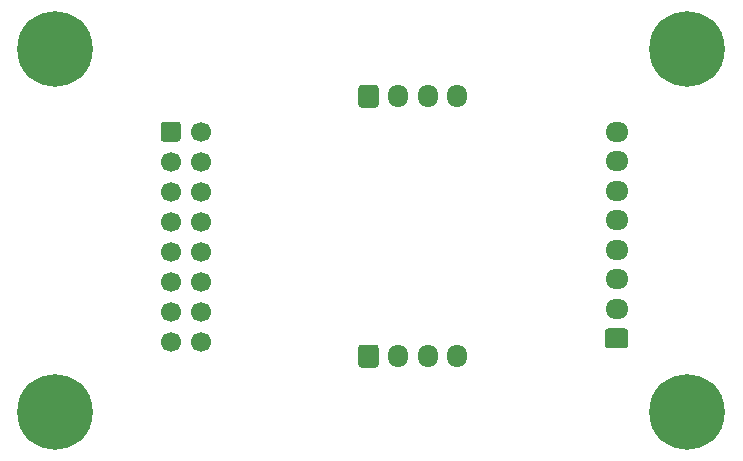
<source format=gbr>
%TF.GenerationSoftware,KiCad,Pcbnew,5.1.12-84ad8e8a86~92~ubuntu20.04.1*%
%TF.CreationDate,2022-01-08T10:03:17+01:00*%
%TF.ProjectId,message_display_interface,6d657373-6167-4655-9f64-6973706c6179,rev?*%
%TF.SameCoordinates,Original*%
%TF.FileFunction,Soldermask,Bot*%
%TF.FilePolarity,Negative*%
%FSLAX46Y46*%
G04 Gerber Fmt 4.6, Leading zero omitted, Abs format (unit mm)*
G04 Created by KiCad (PCBNEW 5.1.12-84ad8e8a86~92~ubuntu20.04.1) date 2022-01-08 10:03:17*
%MOMM*%
%LPD*%
G01*
G04 APERTURE LIST*
%ADD10C,6.400000*%
%ADD11O,1.700000X1.950000*%
%ADD12O,1.950000X1.700000*%
%ADD13C,1.700000*%
G04 APERTURE END LIST*
D10*
%TO.C,H4*%
X177750000Y-88750000D03*
%TD*%
%TO.C,H3*%
X177750000Y-58000000D03*
%TD*%
%TO.C,H2*%
X124250000Y-88750000D03*
%TD*%
%TO.C,H1*%
X124250000Y-58000000D03*
%TD*%
D11*
%TO.C,J4*%
X158250000Y-62000000D03*
X155750000Y-62000000D03*
X153250000Y-62000000D03*
G36*
G01*
X149900000Y-62725000D02*
X149900000Y-61275000D01*
G75*
G02*
X150150000Y-61025000I250000J0D01*
G01*
X151350000Y-61025000D01*
G75*
G02*
X151600000Y-61275000I0J-250000D01*
G01*
X151600000Y-62725000D01*
G75*
G02*
X151350000Y-62975000I-250000J0D01*
G01*
X150150000Y-62975000D01*
G75*
G02*
X149900000Y-62725000I0J250000D01*
G01*
G37*
%TD*%
%TO.C,J3*%
X158250000Y-84000000D03*
X155750000Y-84000000D03*
X153250000Y-84000000D03*
G36*
G01*
X149900000Y-84725000D02*
X149900000Y-83275000D01*
G75*
G02*
X150150000Y-83025000I250000J0D01*
G01*
X151350000Y-83025000D01*
G75*
G02*
X151600000Y-83275000I0J-250000D01*
G01*
X151600000Y-84725000D01*
G75*
G02*
X151350000Y-84975000I-250000J0D01*
G01*
X150150000Y-84975000D01*
G75*
G02*
X149900000Y-84725000I0J250000D01*
G01*
G37*
%TD*%
D12*
%TO.C,J1*%
X171750000Y-65000000D03*
X171750000Y-67500000D03*
X171750000Y-70000000D03*
X171750000Y-72500000D03*
X171750000Y-75000000D03*
X171750000Y-77500000D03*
X171750000Y-80000000D03*
G36*
G01*
X172475000Y-83350000D02*
X171025000Y-83350000D01*
G75*
G02*
X170775000Y-83100000I0J250000D01*
G01*
X170775000Y-81900000D01*
G75*
G02*
X171025000Y-81650000I250000J0D01*
G01*
X172475000Y-81650000D01*
G75*
G02*
X172725000Y-81900000I0J-250000D01*
G01*
X172725000Y-83100000D01*
G75*
G02*
X172475000Y-83350000I-250000J0D01*
G01*
G37*
%TD*%
D13*
%TO.C,J2*%
X136540000Y-82780000D03*
X136540000Y-80240000D03*
X136540000Y-77700000D03*
X136540000Y-75160000D03*
X136540000Y-72620000D03*
X136540000Y-70080000D03*
X136540000Y-67540000D03*
X136540000Y-65000000D03*
X134000000Y-82780000D03*
X134000000Y-80240000D03*
X134000000Y-77700000D03*
X134000000Y-75160000D03*
X134000000Y-72620000D03*
X134000000Y-70080000D03*
X134000000Y-67540000D03*
G36*
G01*
X133150000Y-65600000D02*
X133150000Y-64400000D01*
G75*
G02*
X133400000Y-64150000I250000J0D01*
G01*
X134600000Y-64150000D01*
G75*
G02*
X134850000Y-64400000I0J-250000D01*
G01*
X134850000Y-65600000D01*
G75*
G02*
X134600000Y-65850000I-250000J0D01*
G01*
X133400000Y-65850000D01*
G75*
G02*
X133150000Y-65600000I0J250000D01*
G01*
G37*
%TD*%
M02*

</source>
